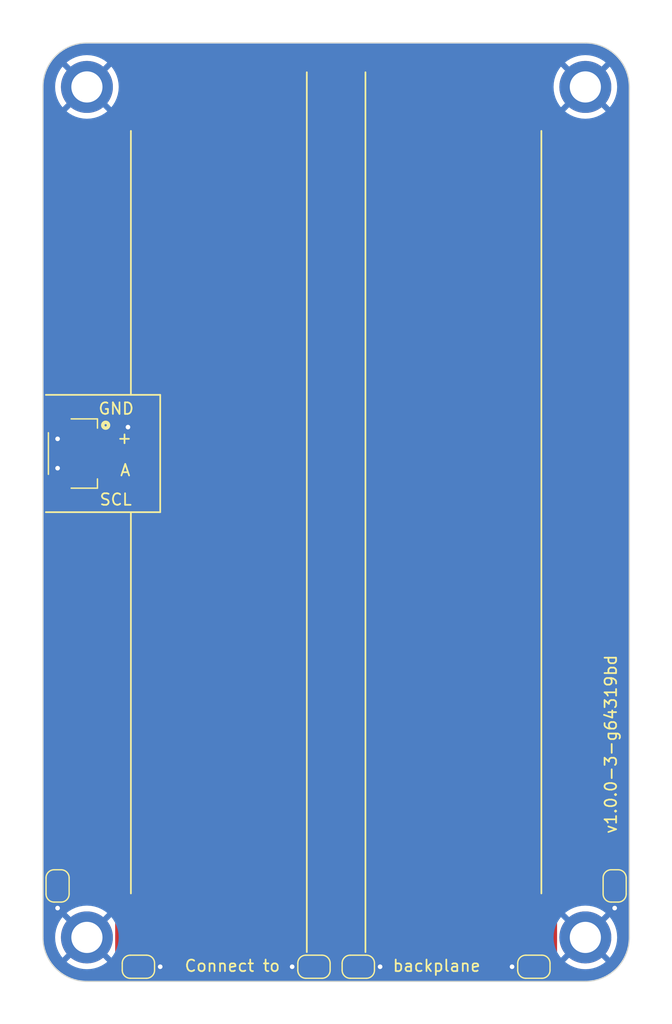
<source format=kicad_pcb>
(kicad_pcb (version 20221018) (generator pcbnew)
  (layers (0 "F.Cu" signal) (31 "B.Cu" signal) (34 "B.Paste" user) (35 "F.Paste" user) (36 "B.SilkS" user "B.Silkscreen") (37 "F.SilkS" user "F.Silkscreen") (38 "B.Mask" user) (39 "F.Mask" user) (44 "Edge.Cuts" user))
  (property "version" "v1.0.0-3-g64319bd")
  (net 0 "")
  (net 1 "GND")
  (net 2 "/SCA")
  (net 3 "/SCL")
  (net 4 "Net-(J7-Pin_1)")
  (net 5 "Net-(J8-Pin_1)")
  (net 6 "Net-(J9-Pin_1)")
  (net 7 "Net-(J10-Pin_1)")
  (net 8 "Net-(J11-Pin_1)")
  (net 9 "Net-(J12-Pin_1)")
  (net 10 "Net-(J13-Pin_1)")
  (net 11 "Net-(J14-Pin_1)")
  (net 12 "Net-(J15-Pin_1)")
  (net 13 "Net-(J16-Pin_1)")
  (net 14 "Net-(J17-Pin_1)")
  (net 15 "Net-(J18-Pin_1)")
  (net 16 "Net-(J21-Pin_1)")
  (net 17 "Net-(J22-Pin_1)")
  (net 18 "Net-(J23-Pin_1)")
  (net 19 "Net-(J24-Pin_1)")
  (net 20 "Net-(J25-Pin_1)")
  (net 21 "Net-(J26-Pin_1)")
  (net 22 "Net-(J27-Pin_1)")
  (net 23 "Net-(J28-Pin_1)")
  (net 24 "Net-(J29-Pin_1)")
  (net 25 "Net-(J30-Pin_1)")
  (net 26 "Net-(J31-Pin_1)")
  (net 27 "Net-(J35-Pin_1)")
  (net 28 "Net-(J36-Pin_1)")
  (net 29 "Net-(J37-Pin_1)")
  (net 30 "Net-(J38-Pin_1)")
  (net 31 "/VDD")
  (net 32 "Net-(J32-Pin_1)")
  (net 33 "Net-(J33-Pin_1)")
  (net 34 "Net-(J19-Pin_1)")
  (net 35 "Net-(J20-Pin_1)")
  (net 36 "Net-(J34-Pin_1)")
  (net 37 "Net-(J39-Pin_1)")
  (net 38 "Net-(J40-Pin_1)")
  (net 39 "Net-(J41-Pin_1)")
  (net 40 "Net-(J42-Pin_1)")
  (net 41 "Net-(J3-Pin_1)")
  (net 42 "Net-(J5-Pin_1)")
  (net 43 "Net-(J43-Pin_1)")
  (net 44 "Net-(J44-Pin_1)")
  (net 45 "Net-(J45-Pin_1)")
  (net 46 "Net-(J46-Pin_1)")
  (net 47 "Net-(J47-Pin_1)")
  (net 48 "Net-(J48-Pin_1)")
  (net 49 "Net-(J49-Pin_1)")
  (net 50 "Net-(J50-Pin_1)")
  (net 51 "Net-(J51-Pin_1)")
  (net 52 "Net-(J52-Pin_1)")
  (net 53 "Net-(J53-Pin_1)")
  (net 54 "Net-(J54-Pin_1)")
  (net 55 "Net-(J55-Pin_1)")
  (net 56 "Net-(J56-Pin_1)")
  (net 57 "Net-(J57-Pin_1)")
  (net 58 "Net-(J58-Pin_1)")
  (net 59 "Net-(J59-Pin_1)")
  (net 60 "Net-(J60-Pin_1)")
  (net 61 "Net-(J61-Pin_1)")
  (net 62 "Net-(J62-Pin_1)")
  (net 63 "Net-(J63-Pin_1)")
  (net 64 "Net-(J64-Pin_1)")
  (net 65 "Net-(J65-Pin_1)")
  (net 66 "Net-(J66-Pin_1)")
  (net 67 "Net-(J67-Pin_1)")
  (net 68 "Net-(J68-Pin_1)")
  (net 69 "Net-(J69-Pin_1)")
  (net 70 "Net-(J70-Pin_1)")
  (footprint "Proto:Proto_1x06_P2.54mm" (layer "F.Cu") (at 81.28 27.94 -90)
    (fp_text reference "J9" hide)
    (fp_text value "Conn_01x06_Socket")
  )
  (footprint "Proto:Proto_1x30_P2.54mm" (layer "F.Cu") (at 96.52 96.52)
    (fp_text reference "J37" hide)
    (fp_text value "Conn_01x30_Socket")
  )
  (footprint "Proto:Proto_1x26_P2.54mm" (layer "F.Cu") (at 116.84 27.94 180)
    (fp_text reference "J70" hide)
    (fp_text value "Conn_01x26_Socket")
  )
  (footprint "Proto:Proto_1x06_P2.54mm" (layer "F.Cu") (at 101.6 73.66 -90)
    (fp_text reference "J59" hide)
    (fp_text value "Conn_01x06_Socket")
  )
  (footprint "Proto:Proto_1x06_P2.54mm" (layer "F.Cu") (at 81.28 66.04 -90)
    (fp_text reference "J24" hide)
    (fp_text value "Conn_01x06_Socket")
  )
  (footprint "Proto:Proto_1x26_P2.54mm" (layer "F.Cu") (at 119.38 27.94 180)
    (fp_text reference "J69" hide)
    (fp_text value "Conn_01x26_Socket")
  )
  (footprint "Jumper:SolderJumper-2_P1.3mm_Open_RoundedPad1.0x1.5mm" (layer "F.Cu") (at 99.71 99.06 180)
    (fp_text reference "JP4" hide)
    (fp_text value "SolderJumper_2_Open")
  )
  (footprint "Proto:Proto_1x06_P2.54mm" (layer "F.Cu") (at 101.6 35.56 -90)
    (fp_text reference "J44" hide)
    (fp_text value "Conn_01x06_Socket")
  )
  (footprint "Proto:Proto_1x06_P2.54mm" (layer "F.Cu") (at 81.28 93.98 -90)
    (fp_text reference "J35" hide)
    (fp_text value "Conn_01x06_Socket")
  )
  (footprint "Proto:Proto_1x06_P2.54mm" (layer "F.Cu") (at 81.28 48.26 -90)
    (fp_text reference "J17" hide)
    (fp_text value "Conn_01x06_Socket")
  )
  (footprint "Proto:Proto_1x09_P2.54mm" (layer "F.Cu") (at 76.2 27.94 180)
    (fp_text reference "J5" hide)
    (fp_text value "Conn_01x09_Socket")
  )
  (footprint "Proto:Proto_1x06_P2.54mm" (layer "F.Cu") (at 81.28 81.28 -90)
    (fp_text reference "J30" hide)
    (fp_text value "Conn_01x06_Socket")
  )
  (footprint "MountingHole:MountingHole_2.7mm_M2.5_ISO7380_Pad" (layer "F.Cu") (at 119.38 96.52)
    (fp_text reference "H4" hide)
    (fp_text value "MountingHole_Pad")
  )
  (footprint "Proto:Proto_1x06_P2.54mm" (layer "F.Cu") (at 101.6 91.44 -90)
    (fp_text reference "J66" hide)
    (fp_text value "Conn_01x06_Socket")
  )
  (footprint "Proto:Proto_1x06_P2.54mm" (layer "F.Cu") (at 101.6 30.48 -90)
    (fp_text reference "J42" hide)
    (fp_text value "Conn_01x06_Socket")
  )
  (footprint "Proto:Proto_1x06_P2.54mm" (layer "F.Cu") (at 101.6 63.5 -90)
    (fp_text reference "J55" hide)
    (fp_text value "Conn_01x06_Socket")
  )
  (footprint "Proto:Proto_1x06_P2.54mm" (layer "F.Cu") (at 81.28 38.1 -90)
    (fp_text reference "J13" hide)
    (fp_text value "Conn_01x06_Socket")
  )
  (footprint "Proto:Proto_1x06_P2.54mm" (layer "F.Cu") (at 81.28 96.52 -90)
    (fp_text reference "J36" hide)
    (fp_text value "Conn_01x06_Socket")
  )
  (footprint "Proto:Proto_1x06_P2.54mm" (layer "F.Cu") (at 101.6 22.86 -90)
    (fp_text reference "J39" hide)
    (fp_text value "Conn_01x06_Socket")
  )
  (footprint "SM04B-SRSS-TB(LF)(SN):JST_SM04B-SRSS-TB(LF)(SN)" (layer "F.Cu") (at 77.438 54.61 -90)
    (fp_text reference "J1" hide)
    (fp_text value "SM04B-SRSS-TB(LF)(SN)")
  )
  (footprint "Proto:Proto_1x06_P2.54mm" (layer "F.Cu") (at 101.6 38.1 -90)
    (fp_text reference "J45" hide)
    (fp_text value "Conn_01x06_Socket")
  )
  (footprint "Proto:Proto_1x09_P2.54mm" (layer "F.Cu") (at 78.74 27.94 180)
    (fp_text reference "J3" hide)
    (fp_text value "Conn_01x09_Socket")
  )
  (footprint "Proto:Proto_1x06_P2.54mm" (layer "F.Cu") (at 101.6 78.74 -90)
    (fp_text reference "J61" hide)
    (fp_text value "Conn_01x06_Socket")
  )
  (footprint "MountingHole:MountingHole_2.7mm_M2.5_ISO7380_Pad" (layer "F.Cu") (at 119.38 22.86)
    (fp_text reference "H2" hide)
    (fp_text value "MountingHole_Pad")
  )
  (footprint "Jumper:SolderJumper-2_P1.3mm_Open_RoundedPad1.0x1.5mm" (layer "F.Cu") (at 114.92 99.06)
    (fp_text reference "JP6" hide)
    (fp_text value "SolderJumper_2_Open")
  )
  (footprint "Proto:Proto_1x06_P2.54mm" (layer "F.Cu") (at 101.6 58.42 -90)
    (fp_text reference "J53" hide)
    (fp_text value "Conn_01x06_Socket")
  )
  (footprint "Proto:Proto_1x06_P2.54mm" (layer "F.Cu") (at 81.28 25.4 -90)
    (fp_text reference "J8" hide)
    (fp_text value "Conn_01x06_Socket")
  )
  (footprint "Jumper:SolderJumper-2_P1.3mm_Open_RoundedPad1.0x1.5mm" (layer "F.Cu") (at 95.87 99.06)
    (fp_text reference "JP3" hide)
    (fp_text value "SolderJumper_2_Open")
  )
  (footprint "Proto:Proto_1x06_P2.54mm" (layer "F.Cu") (at 101.6 66.04 -90)
    (fp_text reference "J56" hide)
    (fp_text value "Conn_01x06_Socket")
  )
  (footprint "Proto:Proto_1x30_P2.54mm" (layer "F.Cu") (at 99.06 96.52)
    (fp_text reference "J38" hide)
    (fp_text value "Conn_01x30_Socket")
  )
  (footprint "Proto:Proto_1x06_P2.54mm" (layer "F.Cu") (at 81.28 35.56 -90)
    (fp_text reference "J12" hide)
    (fp_text value "Conn_01x06_Socket")
  )
  (footprint "Proto:Proto_1x06_P2.54mm" (layer "F.Cu") (at 81.28 43.18 -90)
    (fp_text reference "J15" hide)
    (fp_text value "Conn_01x06_Socket")
  )
  (footprint "Proto:Proto_1x06_P2.54mm" (layer "F.Cu") (at 101.6 93.98 -90)
    (fp_text reference "J67" hide)
    (fp_text value "Conn_01x06_Socket")
  )
  (footprint "Proto:Proto_1x06_P2.54mm" (layer "F.Cu") (at 81.28 76.2 -90)
    (fp_text reference "J28" hide)
    (fp_text value "Conn_01x06_Socket")
  )
  (footprint "Proto:Proto_1x06_P2.54mm" (layer "F.Cu") (at 81.28 68.58 -90)
    (fp_text reference "J25" hide)
    (fp_text value "Conn_01x06_Socket")
  )
  (footprint "Proto:Proto_1x06_P2.54mm" (layer "F.Cu") (at 101.6 27.94 -90)
    (fp_text reference "J41" hide)
    (fp_text value "Conn_01x06_Socket")
  )
  (footprint "Proto:Proto_1x06_P2.54mm" (layer "F.Cu") (at 101.6 33.02 -90)
    (fp_text reference "J43" hide)
    (fp_text value "Conn_01x06_Socket")
  )
  (footprint "Proto:Proto_1x06_P2.54mm" (layer "F.Cu") (at 101.6 43.18 -90)
    (fp_text reference "J47" hide)
    (fp_text value "Conn_01x06_Socket")
  )
  (footprint "Proto:Proto_1x06_P2.54mm" (layer "F.Cu") (at 101.6 40.64 -90)
    (fp_text reference "J46" hide)
    (fp_text value "Conn_01x06_Socket")
  )
  (footprint "Proto:Proto_1x06_P2.54mm" (layer "F.Cu") (at 81.28 33.02 -90)
    (fp_text reference "J11" hide)
    (fp_text value "Conn_01x06_Socket")
  )
  (footprint "Proto:Proto_1x06_P2.54mm" (layer "F.Cu") (at 101.6 48.26 -90)
    (fp_text reference "J49" hide)
    (fp_text value "Conn_01x06_Socket")
  )
  (footprint "Proto:Proto_1x06_P2.54mm" (layer "F.Cu") (at 101.6 68.58 -90)
    (fp_text reference "J57" hide)
    (fp_text value "Conn_01x06_Socket")
  )
  (footprint "Jumper:SolderJumper-2_P1.3mm_Open_RoundedPad1.0x1.5mm" (layer "F.Cu") (at 121.92 92.06 90)
    (fp_text reference "JP5" hide)
    (fp_text value "SolderJumper_2_Open")
  )
  (footprint "Proto:Proto_1x06_P2.54mm" (layer "F.Cu") (at 81.28 60.96 -90)
    (fp_text reference "J22" hide)
    (fp_text value "Conn_01x06_Socket")
  )
  (footprint "Proto:Proto_1x06_P2.54mm" (layer "F.Cu") (at 81.28 83.82 -90)
    (fp_text reference "J31" hide)
    (fp_text value "Conn_01x06_Socket")
  )
  (footprint "Proto:Proto_1x06_P2.54mm" (layer "F.Cu") (at 101.6 60.96 -90)
    (fp_text reference "J54" hide)
    (fp_text value "Conn_01x06_Socket")
  )
  (footprint "Proto:Proto_1x04_P2.54mm" (layer "F.Cu") (at 81.28 50.8 180)
    (fp_text reference "J2" hide)
    (fp_text value "Conn_01x04_Socket")
  )
  (footprint "Proto:Proto_1x06_P2.54mm" (layer "F.Cu") (at 101.6 86.36 -90)
    (fp_text reference "J64" hide)
    (fp_text value "Conn_01x06_Socket")
  )
  (footprint "Proto:Proto_1x06_P2.54mm" (layer "F.Cu") (at 81.28 78.74 -90)
    (fp_text reference "J29" hide)
    (fp_text value "Conn_01x06_Socket")
  )
  (footprint "MountingHole:MountingHole_2.7mm_M2.5_ISO7380_Pad" (layer "F.Cu") (at 76.2 22.86)
    (fp_text reference "H1" hide)
    (fp_text value "MountingHole_Pad")
  )
  (footprint "Proto:Proto_1x06_P2.54mm" (layer "F.Cu") (at 81.28 40.64 -90)
    (fp_text reference "J14" hide)
    (fp_text value "Conn_01x06_Socket")
  )
  (footprint "Proto:Proto_1x06_P2.54mm" (layer "F.Cu") (at 101.6 96.52 -90)
    (fp_text reference "J68" hide)
    (fp_text value "Conn_01x06_Socket")
  )
  (footprint "Proto:Proto_1x05_P2.54mm" (layer "F.Cu") (at 83.82 50.8 -90)
    (fp_text reference "J18" hide)
    (fp_text value "Conn_01x05_Socket")
  )
  (footprint "MountingHole:MountingHole_2.7mm_M2.5_ISO7380_Pad" (layer "F.Cu") (at 76.2 96.52)
    (fp_text reference "H3" hide)
    (fp_text value "MountingHole_Pad")
  )
  (footprint "Proto:Proto_1x06_P2.54mm" (layer "F.Cu") (at 81.28 91.44 -90)
    (fp_text reference "J34" hide)
    (fp_text value "Conn_01x06_Socket")
  )
  (footprint "Proto:Proto_1x06_P2.54mm" (layer "F.Cu") (at 81.28 71.12 -90)
    (fp_text reference "J26" hide)
    (fp_text value "Conn_01x06_Socket")
  )
  (footprint "Proto:Proto_1x06_P2.54mm" (layer "F.Cu") (at 81.28 88.9 -90)
    (fp_text reference "J33" hide)
    (fp_text value "Conn_01x06_Socket")
  )
  (footprint "Proto:Proto_1x06_P2.54mm" (layer "F.Cu") (at 81.28 73.66 -90)
    (fp_text reference "J27" hide)
    (fp_text value "Conn_01x06_Socket")
  )
  (footprint "Proto:Proto_1x06_P2.54mm" (layer "F.Cu") (at 81.28 45.72 -90)
    (fp_text reference "J16" hide)
    (fp_text value "Conn_01x06_Socket")
  )
  (footprint "Proto:Proto_1x05_P2.54mm" (layer "F.Cu") (at 83.82 55.88 -90)
    (fp_text reference "J20" hide)
    (fp_text value "Conn_01x05_Socket")
  )
  (footprint "Proto:Proto_1x06_P2.54mm" (layer "F.Cu") (at 101.6 45.72 -90)
    (fp_text reference "J48" hide)
    (fp_text value "Conn_01x06_Socket")
  )
  (footprint "Proto:Proto_1x06_P2.54mm" (layer "F.Cu") (at 101.6 83.82 -90)
    (fp_text reference "J63" hide)
    (fp_text value "Conn_01x06_Socket")
  )
  (footprint "Proto:Proto_1x06_P2.54mm" (layer "F.Cu") (at 101.6 81.28 -90)
    (fp_text reference "J62" hide)
    (fp_text value "Conn_01x06_Socket")
  )
  (footprint "Proto:Proto_1x06_P2.54mm" (layer "F.Cu") (at 101.6 71.12 -90)
    (fp_text reference "J58" hide)
    (fp_text value "Conn_01x06_Socket")
  )
  (footprint "Jumper:SolderJumper-2_P1.3mm_Open_RoundedPad1.0x1.5mm" (layer "F.Cu") (at 80.66 99.06 180)
    (fp_text reference "JP1" hide)
    (fp_text value "SolderJumper_2_Open")
  )
  (footprint "Proto:Proto_1x06_P2.54mm" (layer "F.Cu") (at 81.28 86.36 -90)
    (fp_text reference "J32" hide)
    (fp_text value "Conn_01x06_Socket")
  )
  (footprint "Proto:Proto_1x06_P2.54mm" (layer "F.Cu") (at 81.28 30.48 -90)
    (fp_text reference "J10" hide)
    (fp_text value "Conn_01x06_Socket")
  )
  (footprint "Proto:Proto_1x13_P2.54mm" (layer "F.Cu") (at 78.74 60.96 180)
    (fp_text reference "J4" hide)
    (fp_text value "Conn_01x13_Socket")
  )
  (footprint "Proto:Proto_1x06_P2.54mm" (layer "F.Cu") (at 101.6 53.34 -90)
    (fp_text reference "J51" hide)
    (fp_text value "Conn_01x06_Socket")
  )
  (footprint "Proto:Proto_1x06_P2.54mm" (layer "F.Cu") (at 81.28 22.86 -90)
    (fp_text reference "J7" hide)
    (fp_text value "Conn_01x06_Socket")
  )
  (footprint "Proto:Proto_1x06_P2.54mm" (layer "F.Cu") (at 101.6 25.4 -90)
    (fp_text reference "J40" hide)
    (fp_text value "Conn_01x06_Socket")
  )
  (footprint "Proto:Proto_1x05_P2.54mm" (layer "F.Cu") (at 83.82 58.42 -90)
    (fp_text reference "J21" hide)
    (fp_text value "Conn_01x05_Socket")
  )
  (footprint "Proto:Proto_1x06_P2.54mm" (layer "F.Cu") (at 81.28 63.5 -90)
    (fp_text reference "J23" hide)
    (fp_text value "Conn_01x06_Socket")
  )
  (footprint "Proto:Proto_1x06_P2.54mm" (layer "F.Cu") (at 101.6 55.88 -90)
    (fp_text reference "J52" hide)
    (fp_text value "Conn_01x06_Socket")
  )
  (footprint "Proto:Proto_1x06_P2.54mm" (layer "F.Cu") (at 101.6 50.8 -90)
    (fp_text reference "J50" hide)
    (fp_text value "Conn_01x06_Socket")
  )
  (footprint "Proto:Proto_1x06_P2.54mm" (layer "F.Cu") (at 101.6 88.9 -90)
    (fp_text reference "J65" hide)
    (fp_text value "Conn_01x06_Socket")
  )
  (footprint "Proto:Proto_1x13_P2.54mm" (layer "F.Cu") (at 76.2 60.96 180)
    (fp_text reference "J6" hide)
    (fp_text value "Conn_01x13_Socket")
  )
  (footprint "Proto:Proto_1x05_P2.54mm" (layer "F.Cu") (at 83.82 53.34 -90)
    (fp_text reference "J19" hide)
    (fp_text value "Conn_01x05_Socket")
  )
  (footprint "Proto:Proto_1x06_P2.54mm" (layer "F.Cu") (at 101.6 76.2 -90)
    (fp_text reference "J60" hide)
    (fp_text value "Conn_01x06_Socket")
  )
  (footprint "Jumper:SolderJumper-2_P1.3mm_Open_RoundedPad1.0x1.5mm" (layer "F.Cu") (at 73.66 92.06 90)
    (fp_text reference "JP2" hide)
    (fp_text value "SolderJumper_2_Open")
  )
  (gr_line (start 82.55 49.53) (end 82.55 59.69) (stroke (width 0.15)) (layer "F.SilkS"))
  (gr_line (start 80.01 92.71) (end 80.01 59.69) (stroke (width 0.15)) (layer "F.SilkS"))
  (gr_line (start 115.57 92.71) (end 115.57 26.67) (stroke (width 0.15)) (layer "F.SilkS"))
  (gr_line (start 80.01 49.53) (end 80.01 26.67) (stroke (width 0.15)) (layer "F.SilkS"))
  (gr_line (start 95.25 97.79) (end 95.25 21.59) (stroke (width 0.15)) (layer "F.SilkS"))
  (gr_line (start 82.55 59.69) (end 72.644 59.69) (stroke (width 0.15)) (layer "F.SilkS"))
  (gr_line (start 72.644 49.53) (end 82.55 49.53) (stroke (width 0.15)) (layer "F.SilkS"))
  (gr_line (start 100.33 21.59) (end 100.33 97.79) (stroke (width 0.15)) (layer "F.SilkS"))
  (gr_arc (start 123.19 96.52) (mid 122.074077 99.214077) (end 119.38 100.33) (stroke (width 0.1)) (layer "Edge.Cuts"))
  (gr_line (start 123.19 96.52) (end 123.19 22.86) (stroke (width 0.1)) (layer "Edge.Cuts"))
  (gr_line (start 72.39 22.86) (end 72.39 96.52) (stroke (width 0.1)) (layer "Edge.Cuts"))
  (gr_line (start 119.38 19.05) (end 76.2 19.05) (stroke (width 0.1)) (layer "Edge.Cuts"))
  (gr_line (start 76.2 100.33) (end 119.38 100.33) (stroke (width 0.1)) (layer "Edge.Cuts"))
  (gr_arc (start 119.38 19.05) (mid 122.074077 20.165923) (end 123.19 22.86) (stroke (width 0.1)) (layer "Edge.Cuts"))
  (gr_arc (start 76.2 100.33) (mid 73.505923 99.214077) (end 72.39 96.52) (stroke (width 0.1)) (layer "Edge.Cuts"))
  (gr_arc (start 72.39 22.86) (mid 73.505923 20.165923) (end 76.2 19.05) (stroke (width 0.1)) (layer "Edge.Cuts"))
  (gr_text "A" (at 78.994 56.642) (layer "F.SilkS") (effects (font (size 1 1)) (justify left bottom)))
  (gr_text "Connect to" (at 84.582 99.568) (layer "F.SilkS") (effects (font (size 1 1)) (justify left bottom)))
  (gr_text "+" (at 78.74 53.848) (layer "F.SilkS") (effects (font (size 1 1)) (justify left bottom)))
  (gr_text "GND" (at 77.113 51.308) (layer "F.SilkS") (effects (font (size 1 1)) (justify left bottom)))
  (gr_text "${version}" (at 122.174 87.63 90) (layer "F.SilkS") (effects (font (size 1 1)) (justify left bottom)))
  (gr_text "SCL" (at 77.216 59.182) (layer "F.SilkS") (effects (font (size 1 1)) (justify left bottom)))
  (gr_text "backplane" (at 102.616 99.568) (layer "F.SilkS") (effects (font (size 1 1)) (justify left bottom)))
  (segment (start 73.66 92.71) (end 73.66 93.98) (width 0.5) (layer "F.Cu") (net 1))
  (segment (start 81.31 99.06) (end 82.55 99.06) (width 0.5) (layer "F.Cu") (net 1))
  (segment (start 73.563 55.977) (end 73.66 55.88) (width 0.5) (layer "F.Cu") (net 1))
  (segment (start 78.97 53.11) (end 79.756 52.324) (width 0.5) (layer "F.Cu") (net 1))
  (segment (start 100.36 99.06) (end 101.6 99.06) (width 0.5) (layer "F.Cu") (net 1))
  (segment (start 95.22 99.06) (end 93.98 99.06) (width 0.5) (layer "F.Cu") (net 1))
  (segment (start 121.92 92.71) (end 121.92 93.98) (width 0.5) (layer "F.Cu") (net 1))
  (segment (start 114.27 99.06) (end 113.03 99.06) (width 0.5) (layer "F.Cu") (net 1))
  (segment (start 73.563 53.243) (end 73.66 53.34) (width 0.5) (layer "F.Cu") (net 1))
  (segment (start 73.563 57.41) (end 73.563 55.977) (width 0.5) (layer "F.Cu") (net 1))
  (segment (start 77.438 53.11) (end 78.97 53.11) (width 0.5) (layer "F.Cu") (net 1))
  (segment (start 79.756 52.324) (end 81.28 50.8) (width 0.5) (layer "F.Cu") (net 1))
  (segment (start 73.563 51.81) (end 73.563 53.243) (width 0.5) (layer "F.Cu") (net 1))
  (via (at 73.66 55.88) (size 0.8) (drill 0.4) (layers "F.Cu" "B.Cu") (net 1))
  (via (at 73.66 93.98) (size 0.8) (drill 0.4) (layers "F.Cu" "B.Cu") (net 1))
  (via (at 113.03 99.06) (size 0.8) (drill 0.4) (layers "F.Cu" "B.Cu") (net 1))
  (via (at 73.66 53.34) (size 0.8) (drill 0.4) (layers "F.Cu" "B.Cu") (net 1))
  (via (at 82.55 99.06) (size 0.8) (drill 0.4) (layers "F.Cu" "B.Cu") (net 1))
  (via (at 121.92 93.98) (size 0.8) (drill 0.4) (layers "F.Cu" "B.Cu") (net 1))
  (via (at 101.6 99.06) (size 0.8) (drill 0.4) (layers "F.Cu" "B.Cu") (net 1))
  (via (at 79.756 52.324) (size 0.8) (drill 0.4) (layers "F.Cu" "B.Cu") (net 1))
  (via (at 93.98 99.06) (size 0.8) (drill 0.4) (layers "F.Cu" "B.Cu") (net 1))
  (segment (start 80.51 55.11) (end 81.28 55.88) (width 0.5) (layer "F.Cu") (net 2))
  (segment (start 77.438 55.11) (end 80.51 55.11) (width 0.5) (layer "F.Cu") (net 2))
  (segment (start 78.97 56.11) (end 81.28 58.42) (width 0.5) (layer "F.Cu") (net 3))
  (segment (start 77.438 56.11) (end 78.97 56.11) (width 0.5) (layer "F.Cu") (net 3))
  (segment (start 91.44 22.86) (end 93.98 22.86) (width 0.254) (layer "F.Cu") (net 4))
  (segment (start 86.36 22.86) (end 88.9 22.86) (width 0.254) (layer "F.Cu") (net 4))
  (segment (start 91.44 22.86) (end 88.9 22.86) (width 0.254) (layer "F.Cu") (net 4))
  (segment (start 83.82 22.86) (end 86.36 22.86) (width 0.254) (layer "F.Cu") (net 4))
  (segment (start 81.28 22.86) (end 83.82 22.86) (width 0.254) (layer "F.Cu") (net 4))
  (segment (start 91.44 25.4) (end 93.98 25.4) (width 0.254) (layer "F.Cu") (net 5))
  (segment (start 86.36 25.4) (end 88.9 25.4) (width 0.254) (layer "F.Cu") (net 5))
  (segment (start 91.44 25.4) (end 88.9 25.4) (width 0.254) (layer "F.Cu") (net 5))
  (segment (start 81.28 25.4) (end 83.82 25.4) (width 0.254) (layer "F.Cu") (net 5))
  (segment (start 83.82 25.4) (end 86.36 25.4) (width 0.254) (layer "F.Cu") (net 5))
  (segment (start 81.28 27.94) (end 83.82 27.94) (width 0.254) (layer "F.Cu") (net 6))
  (segment (start 91.44 27.94) (end 88.9 27.94) (width 0.254) (layer "F.Cu") (net 6))
  (segment (start 86.36 27.94) (end 88.9 27.94) (width 0.254) (layer "F.Cu") (net 6))
  (segment (start 86.36 27.94) (end 83.82 27.94) (width 0.254) (layer "F.Cu") (net 6))
  (segment (start 91.44 27.94) (end 93.98 27.94) (width 0.254) (layer "F.Cu") (net 6))
  (segment (start 91.44 30.48) (end 93.98 30.48) (width 0.254) (layer "F.Cu") (net 7))
  (segment (start 86.36 30.48) (end 88.9 30.48) (width 0.254) (layer "F.Cu") (net 7))
  (segment (start 86.36 30.48) (end 83.82 30.48) (width 0.254) (layer "F.Cu") (net 7))
  (segment (start 81.28 30.48) (end 83.82 30.48) (width 0.254) (layer "F.Cu") (net 7))
  (segment (start 91.44 30.48) (end 88.9 30.48) (width 0.254) (layer "F.Cu") (net 7))
  (segment (start 81.28 33.02) (end 83.82 33.02) (width 0.254) (layer "F.Cu") (net 8))
  (segment (start 91.44 33.02) (end 88.9 33.02) (width 0.254) (layer "F.Cu") (net 8))
  (segment (start 86.36 33.02) (end 83.82 33.02) (width 0.254) (layer "F.Cu") (net 8))
  (segment (start 91.44 33.02) (end 93.98 33.02) (width 0.254) (layer "F.Cu") (net 8))
  (segment (start 86.36 33.02) (end 88.9 33.02) (width 0.254) (layer "F.Cu") (net 8))
  (segment (start 91.44 35.56) (end 93.98 35.56) (width 0.254) (layer "F.Cu") (net 9))
  (segment (start 86.36 35.56) (end 83.82 35.56) (width 0.254) (layer "F.Cu") (net 9))
  (segment (start 81.28 35.56) (end 83.82 35.56) (width 0.254) (layer "F.Cu") (net 9))
  (segment (start 91.44 35.56) (end 88.9 35.56) (width 0.254) (layer "F.Cu") (net 9))
  (segment (start 86.36 35.56) (end 88.9 35.56) (width 0.254) (layer "F.Cu") (net 9))
  (segment (start 91.44 38.1) (end 93.98 38.1) (width 0.254) (layer "F.Cu") (net 10))
  (segment (start 83.82 38.1) (end 86.36 38.1) (width 0.254) (layer "F.Cu") (net 10))
  (segment (start 91.44 38.1) (end 88.9 38.1) (width 0.254) (layer "F.Cu") (net 10))
  (segment (start 88.9 38.1) (end 86.36 38.1) (width 0.254) (layer "F.Cu") (net 10))
  (segment (start 83.82 38.1) (end 81.28 38.1) (width 0.254) (layer "F.Cu") (net 10))
  (segment (start 83.82 40.64) (end 81.28 40.64) (width 0.254) (layer "F.Cu") (net 11))
  (segment (start 91.44 40.64) (end 93.98 40.64) (width 0.254) (layer "F.Cu") (net 11))
  (segment (start 91.44 40.64) (end 88.9 40.64) (width 0.254) (layer "F.Cu") (net 11))
  (segment (start 83.82 40.64) (end 86.36 40.64) (width 0.254) (layer "F.Cu") (net 11))
  (segment (start 88.9 40.64) (end 86.36 40.64) (width 0.254) (layer "F.Cu") (net 11))
  (segment (start 83.82 43.18) (end 86.36 43.18) (width 0.254) (layer "F.Cu") (net 12))
  (segment (start 93.98 43.18) (end 91.44 43.18) (width 0.254) (layer "F.Cu") (net 12))
  (segment (start 83.82 43.18) (end 81.28 43.18) (width 0.254) (layer "F.Cu") (net 12))
  (segment (start 88.9 43.18) (end 91.44 43.18) (width 0.254) (layer "F.Cu") (net 12))
  (segment (start 88.9 43.18) (end 86.36 43.18) (width 0.254) (layer "F.Cu") (net 12))
  (segment (start 83.82 45.72) (end 86.36 45.72) (width 0.254) (layer "F.Cu") (net 13))
  (segment (start 88.9 45.72) (end 86.36 45.72) (width 0.254) (layer "F.Cu") (net 13))
  (segment (start 88.9 45.72) (end 91.44 45.72) (width 0.254) (layer "F.Cu") (net 13))
  (segment (start 93.98 45.72) (end 91.44 45.72) (width 0.254) (layer "F.Cu") (net 13))
  (segment (start 83.82 45.72) (end 81.28 45.72) (width 0.254) (layer "F.Cu") (net 13))
  (segment (start 83.82 48.26) (end 81.28 48.26) (width 0.254) (layer "F.Cu") (net 14))
  (segment (start 83.82 48.26) (end 86.36 48.26) (width 0.254) (layer "F.Cu") (net 14))
  (segment (start 88.9 48.26) (end 86.36 48.26) (width 0.254) (layer "F.Cu") (net 14))
  (segment (start 91.44 48.26) (end 93.98 48.26) (width 0.254) (layer "F.Cu") (net 14))
  (segment (start 91.44 48.26) (end 88.9 48.26) (width 0.254) (layer "F.Cu") (net 14))
  (segment (start 88.9 50.8) (end 91.44 50.8) (width 0.254) (layer "F.Cu") (net 15))
  (segment (start 83.82 50.8) (end 86.36 50.8) (width 0.254) (layer "F.Cu") (net 15))
  (segment (start 91.44 50.8) (end 93.98 50.8) (width 0.254) (layer "F.Cu") (net 15))
  (segment (start 86.36 50.8) (end 88.9 50.8) (width 0.254) (layer "F.Cu") (net 15))
  (segment (start 83.82 58.42) (end 86.36 58.42) (width 0.254) (layer "F.Cu") (net 16))
  (segment (start 88.9 58.42) (end 91.44 58.42) (width 0.254) (layer "F.Cu") (net 16))
  (segment (start 86.36 58.42) (end 88.9 58.42) (width 0.254) (layer "F.Cu") (net 16))
  (segment (start 91.44 58.42) (end 93.98 58.42) (width 0.254) (layer "F.Cu") (net 16))
  (segment (start 81.28 60.96) (end 83.82 60.96) (width 0.254) (layer "F.Cu") (net 17))
  (segment (start 91.44 60.96) (end 93.98 60.96) (width 0.254) (layer "F.Cu") (net 17))
  (segment (start 88.9 60.96) (end 91.44 60.96) (width 0.254) (layer "F.Cu") (net 17))
  (segment (start 88.9 60.96) (end 86.36 60.96) (width 0.254) (layer "F.Cu") (net 17))
  (segment (start 83.82 60.96) (end 86.36 60.96) (width 0.254) (layer "F.Cu") (net 17))
  (segment (start 83.82 63.5) (end 86.36 63.5) (width 0.254) (layer "F.Cu") (net 18))
  (segment (start 88.9 63.5) (end 91.44 63.5) (width 0.254) (layer "F.Cu") (net 18))
  (segment (start 81.28 63.5) (end 83.82 63.5) (width 0.254) (layer "F.Cu") (net 18))
  (segment (start 86.36 63.5) (end 88.9 63.5) (width 0.254) (layer "F.Cu") (net 18))
  (segment (start 91.44 63.5) (end 93.98 63.5) (width 0.254) (layer "F.Cu") (net 18))
  (segment (start 86.36 66.04) (end 88.9 66.04) (width 0.254) (layer "F.Cu") (net 19))
  (segment (start 81.28 66.04) (end 83.82 66.04) (width 0.254) (layer "F.Cu") (net 19))
  (segment (start 83.82 66.04) (end 86.36 66.04) (width 0.254) (layer "F.Cu") (net 19))
  (segment (start 91.44 66.04) (end 93.98 66.04) (width 0.254) (layer "F.Cu") (net 19))
  (segment (start 88.9 66.04) (end 91.44 66.04) (width 0.254) (layer "F.Cu") (net 19))
  (segment (start 91.44 68.58) (end 93.98 68.58) (width 0.254) (layer "F.Cu") (net 20))
  (segment (start 88.9 68.58) (end 91.44 68.58) (width 0.254) (layer "F.Cu") (net 20))
  (segment (start 81.28 68.58) (end 83.82 68.58) (width 0.254) (layer "F.Cu") (net 20))
  (segment (start 86.36 68.58) (end 88.9 68.58) (width 0.254) (layer "F.Cu") (net 20))
  (segment (start 83.82 68.58) (end 86.36 68.58) (width 0.254) (layer "F.Cu") (net 20))
  (segment (start 86.36 71.12) (end 88.9 71.12) (width 0.254) (layer "F.Cu") (net 21))
  (segment (start 88.9 71.12) (end 91.44 71.12) (width 0.254) (layer "F.Cu") (net 21))
  (segment (start 81.28 71.12) (end 83.82 71.12) (width 0.254) (layer "F.Cu") (net 21))
  (segment (start 91.44 71.12) (end 93.98 71.12) (width 0.254) (layer "F.Cu") (net 21))
  (segment (start 83.82 71.12) (end 86.36 71.12) (width 0.254) (layer "F.Cu") (net 21))
  (segment (start 88.9 73.66) (end 86.36 73.66) (width 0.254) (layer "F.Cu") (net 22))
  (segment (start 83.82 73.66) (end 86.36 73.66) (width 0.254) (layer "F.Cu") (net 22))
  (segment (start 88.9 73.66) (end 91.44 73.66) (width 0.254) (layer "F.Cu") (net 22))
  (segment (start 93.98 73.66) (end 91.44 73.66) (width 0.254) (layer "F.Cu") (net 22))
  (segment (start 83.82 73.66) (end 81.28 73.66) (width 0.254) (layer "F.Cu") (net 22))
  (segment (start 83.82 76.2) (end 86.36 76.2) (width 0.254) (layer "F.Cu") (net 23))
  (segment (start 93.98 76.2) (end 91.44 76.2) (width 0.254) (layer "F.Cu") (net 23))
  (segment (start 83.82 76.2) (end 81.28 76.2) (width 0.254) (layer "F.Cu") (net 23))
  (segment (start 88.9 76.2) (end 91.44 76.2) (width 0.254) (layer "F.Cu") (net 23))
  (segment (start 88.9 76.2) (end 86.36 76.2) (width 0.254) (layer "F.Cu") (net 23))
  (segment (start 83.82 78.74) (end 81.28 78.74) (width 0.254) (layer "F.Cu") (net 24))
  (segment (start 88.9 78.74) (end 91.44 78.74) (width 0.254) (layer "F.Cu") (net 24))
  (segment (start 83.82 78.74) (end 86.36 78.74) (width 0.254) (layer "F.Cu") (net 24))
  (segment (start 91.44 78.74) (end 93.98 78.74) (width 0.254) (layer "F.Cu") (net 24))
  (segment (start 88.9 78.74) (end 86.36 78.74) (width 0.254) (layer "F.Cu") (net 24))
  (segment (start 91.44 81.28) (end 93.98 81.28) (width 0.254) (layer "F.Cu") (net 25))
  (segment (start 88.9 81.28) (end 86.36 81.28) (width 0.254) (layer "F.Cu") (net 25))
  (segment (start 83.82 81.28) (end 86.36 81.28) (width 0.254) (layer "F.Cu") (net 25))
  (segment (start 91.44 81.28) (end 88.9 81.28) (width 0.254) (layer "F.Cu") (net 25))
  (segment (start 83.82 81.28) (end 81.28 81.28) (width 0.254) (layer "F.Cu") (net 25))
  (segment (start 88.9 83.82) (end 86.36 83.82) (width 0.254) (layer "F.Cu") (net 26))
  (segment (start 83.82 83.82) (end 86.36 83.82) (width 0.254) (layer "F.Cu") (net 26))
  (segment (start 91.44 83.82) (end 88.9 83.82) (width 0.254) (layer "F.Cu") (net 26))
  (segment (start 91.44 83.82) (end 93.98 83.82) (width 0.254) (layer "F.Cu") (net 26))
  (segment (start 83.82 83.82) (end 81.28 83.82) (width 0.254) (layer "F.Cu") (net 26))
  (segment (start 91.44 93.98) (end 93.98 93.98) (width 0.254) (layer "F.Cu") (net 27))
  (segment (start 83.82 93.98) (end 81.28 93.98) (width 0.254) (layer "F.Cu") (net 27))
  (segment (start 88.9 93.98) (end 86.36 93.98) (width 0.254) (layer "F.Cu") (net 27))
  (segment (start 91.44 93.98) (end 88.9 93.98) (width 0.254) (layer "F.Cu") (net 27))
  (segment (start 83.82 93.98) (end 86.36 93.98) (width 0.254) (layer "F.Cu") (net 27))
  (segment (start 86.36 96.52) (end 88.9 96.52) (width 0.254) (layer "F.Cu") (net 28))
  (segment (start 91.44 96.52) (end 93.98 96.52) (width 0.254) (layer "F.Cu") (net 28))
  (segment (start 83.82 96.52) (end 86.36 96.52) (width 0.254) (layer "F.Cu") (net 28))
  (segment (start 88.9 96.52) (end 91.44 96.52) (width 0.254) (layer "F.Cu") (net 28))
  (segment (start 81.28 96.52) (end 83.82 96.52) (width 0.254) (layer "F.Cu") (net 28))
  (segment (start 96.52 96.52) (end 96.52 99.06) (width 0.5) (layer "F.Cu") (net 29))
  (segment (start 96.52 53.34) (end 96.52 55.88) (width 0.5) (layer "F.Cu") (net 29))
  (segment (start 96.52 43.18) (end 96.52 45.72) (width 0.5) (layer "F.Cu") (net 29))
  (segment (start 96.52 71.12) (end 96.52 68.58) (width 0.5) (layer "F.Cu") (net 29))
  (segment (start 96.52 73.66) (end 96.52 76.2) (width 0.5) (layer "F.Cu") (net 29))
  (segment (start 96.52 43.18) (end 96.52 40.64) (width 0.5) (layer "F.Cu") (net 29))
  (segment (start 96.52 45.72) (end 96.52 48.26) (width 0.5) (layer "F.Cu") (net 29))
  (segment (start 96.52 22.86) (end 96.52 25.4) (width 0.5) (layer "F.Cu") (net 29))
  (segment (start 96.52 81.28) (end 96.52 83.82) (width 0.5) (layer "F.Cu") (net 29))
  (segment (start 96.52 83.82) (end 96.52 86.36) (width 0.5) (layer "F.Cu") (net 29))
  (segment (start 96.52 91.44) (end 96.52 93.98) (width 0.5) (layer "F.Cu") (net 29))
  (segment (start 96.52 63.5) (end 96.52 66.04) (width 0.5) (layer "F.Cu") (net 29))
  (segment (start 96.52 68.58) (end 96.52 66.04) (width 0.5) (layer "F.Cu") (net 29))
  (segment (start 96.52 38.1) (end 96.52 40.64) (width 0.5) (layer "F.Cu") (net 29))
  (segment (start 96.52 55.88) (end 96.52 58.42) (width 0.5) (layer "F.Cu") (net 29))
  (segment (start 96.52 78.74) (end 96.52 81.28) (width 0.5) (layer "F.Cu") (net 29))
  (segment (start 96.52 30.48) (end 96.52 33.02) (width 0.5) (layer "F.Cu") (net 29))
  (segment (start 96.52 35.56) (end 96.52 38.1) (width 0.5) (layer "F.Cu") (net 29))
  (segment (start 96.52 58.42) (end 96.52 60.96) (width 0.5) (layer "F.Cu") (net 29))
  (segment (start 96.52 93.98) (end 96.52 96.52) (width 0.5) (layer "F.Cu") (net 29))
  (segment (start 96.52 86.36) (end 96.52 88.9) (width 0.5) (layer "F.Cu") (net 29))
  (segment (start 96.52 60.96) (end 96.52 63.5) (width 0.5) (layer "F.Cu") (net 29))
  (segment (start 96.52 76.2) (end 96.52 78.74) (width 0.5) (layer "F.Cu") (net 29))
  (segment (start 96.52 50.8) (end 96.52 53.34) (width 0.5) (layer "F.Cu") (net 29))
  (segment (start 96.52 35.56) (end 96.52 33.02) (width 0.5) (layer "F.Cu") (net 29))
  (segment (start 96.52 88.9) (end 96.52 91.44) (width 0.5) (layer "F.Cu") (net 29))
  (segment (start 96.52 48.26) (end 96.52 50.8) (width 0.5) (layer "F.Cu") (net 29))
  (segment (start 96.52 27.94) (end 96.52 30.48) (width 0.5) (layer "F.Cu") (net 29))
  (segment (start 96.52 27.94) (end 96.52 25.4) (width 0.5) (layer "F.Cu") (net 29))
  (segment (start 96.52 71.12) (end 96.52 73.66) (width 0.5) (layer "F.Cu") (net 29))
  (segment (start 99.06 43.18) (end 99.06 45.72) (width 0.5) (layer "F.Cu") (net 30))
  (segment (start 99.06 35.56) (end 99.06 38.1) (width 0.5) (layer "F.Cu") (net 30))
  (segment (start 99.06 55.88) (end 99.06 58.42) (width 0.5) (layer "F.Cu") (net 30))
  (segment (start 99.06 71.12) (end 99.06 73.66) (width 0.5) (layer "F.Cu") (net 30))
  (segment (start 99.06 53.34) (end 99.06 55.88) (width 0.5) (layer "F.Cu") (net 30))
  (segment (start 99.06 86.36) (end 99.06 88.9) (width 0.5) (layer "F.Cu") (net 30))
  (segment (start 99.06 81.28) (end 99.06 83.82) (width 0.5) (layer "F.Cu") (net 30))
  (segment (start 99.06 66.04) (end 99.06 63.5) (width 0.5) (layer "F.Cu") (net 30))
  (segment (start 99.06 60.96) (end 99.06 63.5) (width 0.5) (layer "F.Cu") (net 30))
  (segment (start 99.06 30.48) (end 99.06 33.02) (width 0.5) (layer "F.Cu") (net 30))
  (segment (start 99.06 45.72) (end 99.06 50.8) (width 0.5) (layer "F.Cu") (net 30))
  (segment (start 99.06 91.44) (end 99.06 93.98) (width 0.5) (layer "F.Cu") (net 30))
  (segment (start 99.06 76.2) (end 99.06 78.74) (width 0.5) (layer "F.Cu") (net 30))
  (segment (start 99.06 38.1) (end 99.06 40.64) (width 0.5) (layer "F.Cu") (net 30))
  (segment (start 99.06 99.06) (end 99.06 96.52) (width 0.5) (layer "F.Cu") (net 30))
  (segment (start 99.06 88.9) (end 99.06 91.44) (width 0.5) (layer "F.Cu") (net 30))
  (segment (start 99.06 45.72) (end 99.06 48.26) (width 0.5) (layer "F.Cu") (net 30))
  (segment (start 99.06 68.58) (end 99.06 66.04) (width 0.5) (layer "F.Cu") (net 30))
  (segment (start 99.06 43.18) (end 99.06 40.64) (width 0.5) (layer "F.Cu") (net 30))
  (segment (start 99.06 48.26) (end 99.06 53.34) (width 0.5) (layer "F.Cu") (net 30))
  (segment (start 99.06 33.02) (end 99.06 35.56) (width 0.5) (layer "F.Cu") (net 30))
  (segment (start 99.06 73.66) (end 99.06 76.2) (width 0.5) (layer "F.Cu") (net 30))
  (segment (start 99.06 93.98) (end 99.06 96.52) (width 0.5) (layer "F.Cu") (net 30))
  (segment (start 99.06 58.42) (end 99.06 60.96) (width 0.5) (layer "F.Cu") (net 30))
  (segment (start 99.06 27.94) (end 99.06 30.48) (width 0.5) (layer "F.Cu") (net 30))
  (segment (start 99.06 83.82) (end 99.06 86.36) (width 0.5) (layer "F.Cu") (net 30))
  (segment (start 99.06 22.86) (end 99.06 25.4) (width 0.5) (layer "F.Cu") (net 30))
  (segment (start 99.06 71.12) (end 99.06 68.58) (width 0.5) (layer "F.Cu") (net 30))
  (segment (start 99.06 78.74) (end 99.06 81.28) (width 0.5) (layer "F.Cu") (net 30))
  (segment (start 99.06 25.4) (end 99.06 27.94) (width 0.5) (layer "F.Cu") (net 30))
  (segment (start 77.438 54.11) (end 80.51 54.11) (width 0.5) (layer "F.Cu") (net 31))
  (segment (start 80.51 54.11) (end 81.28 53.34) (width 0.5) (layer "F.Cu") (net 31))
  (segment (start 83.82 86.36) (end 81.28 86.36) (width 0.254) (layer "F.Cu") (net 32))
  (segment (start 88.9 86.36) (end 86.36 86.36) (width 0.254) (layer "F.Cu") (net 32))
  (segment (start 93.98 86.36) (end 91.44 86.36) (width 0.254) (layer "F.Cu") (net 32))
  (segment (start 83.82 86.36) (end 86.36 86.36) (width 0.254) (layer "F.Cu") (net 32))
  (segment (start 88.9 86.36) (end 91.44 86.36) (width 0.254) (layer "F.Cu") (net 32))
  (segment (start 83.82 88.9) (end 86.36 88.9) (width 0.254) (layer "F.Cu") (net 33))
  (segment (start 91.44 88.9) (end 93.98 88.9) (width 0.254) (layer "F.Cu") (net 33))
  (segment (start 83.82 88.9) (end 81.28 88.9) (width 0.254) (layer "F.Cu") (net 33))
  (segment (start 88.9 88.9) (end 86.36 88.9) (width 0.254) (layer "F.Cu") (net 33))
  (segment (start 91.44 88.9) (end 88.9 88.9) (width 0.254) (layer "F.Cu") (net 33))
  (segment (start 91.44 53.34) (end 93.98 53.34) (width 0.254) (layer "F.Cu") (net 34))
  (segment (start 83.82 53.34) (end 86.36 53.34) (width 0.254) (layer "F.Cu") (net 34))
  (segment (start 86.36 53.34) (end 88.9 53.34) (width 0.254) (layer "F.Cu") (net 34))
  (segment (start 88.9 53.34) (end 91.44 53.34) (width 0.254) (layer "F.Cu") (net 34))
  (segment (start 83.82 55.88) (end 86.36 55.88) (width 0.254) (layer "F.Cu") (net 35))
  (segment (start 86.36 55.88) (end 88.9 55.88) (width 0.254) (layer "F.Cu") (net 35))
  (segment (start 88.9 55.88) (end 91.44 55.88) (width 0.254) (layer "F.Cu") (net 35))
  (segment (start 91.44 55.88) (end 93.98 55.88) (width 0.254) (layer "F.Cu") (net 35))
  (segment (start 88.9 91.44) (end 86.36 91.44) (width 0.254) (layer "F.Cu") (net 36))
  (segment (start 83.82 91.44) (end 86.36 91.44) (width 0.254) (layer "F.Cu") (net 36))
  (segment (start 91.44 91.44) (end 88.9 91.44) (width 0.254) (layer "F.Cu") (net 36))
  (segment (start 91.44 91.44) (end 93.98 91.44) (width 0.254) (layer "F.Cu") (net 36))
  (segment (start 83.82 91.44) (end 81.28 91.44) (width 0.254) (layer "F.Cu") (net 36))
  (segment (start 109.22 22.86) (end 111.76 22.86) (width 0.254) (layer "F.Cu") (net 37))
  (segment (start 109.22 22.86) (end 114.3 22.86) (width 0.254) (layer "F.Cu") (net 37))
  (segment (start 106.68 22.86) (end 109.22 22.86) (width 0.254) (layer "F.Cu") (net 37))
  (segment (start 101.6 22.86) (end 104.14 22.86) (width 0.254) (layer "F.Cu") (net 37))
  (segment (start 104.14 22.86) (end 106.68 22.86) (width 0.254) (layer "F.Cu") (net 37))
  (segment (start 109.22 25.4) (end 111.76 25.4) (width 0.254) (layer "F.Cu") (net 38))
  (segment (start 104.14 25.4) (end 101.6 25.4) (width 0.254) (layer "F.Cu") (net 38))
  (segment (start 109.22 25.4) (end 106.68 25.4) (width 0.254) (layer "F.Cu") (net 38))
  (segment (start 111.76 25.4) (end 114.3 25.4) (width 0.254) (layer "F.Cu") (net 38))
  (segment (start 104.14 25.4) (end 106.68 25.4) (width 0.254) (layer "F.Cu") (net 38))
  (segment (start 111.76 27.94) (end 114.3 27.94) (width 0.254) (layer "F.Cu") (net 39))
  (segment (start 109.22 27.94) (end 106.68 27.94) (width 0.254) (layer "F.Cu") (net 39))
  (segment (start 109.22 27.94) (end 111.76 27.94) (width 0.254) (layer "F.Cu") (net 39))
  (segment (start 104.14 27.94) (end 106.68 27.94) (width 0.254) (layer "F.Cu") (net 39))
  (segment (start 104.14 27.94) (end 101.6 27.94) (width 0.254) (layer "F.Cu") (net 39))
  (segment (start 111.76 30.48) (end 114.3 30.48) (width 0.254) (layer "F.Cu") (net 40))
  (segment (start 109.22 30.48) (end 106.68 30.48) (width 0.254) (layer "F.Cu") (net 40))
  (segment (start 104.14 30.48) (end 106.68 30.48) (width 0.254) (layer "F.Cu") (net 40))
  (segment (start 104.14 30.48) (end 101.6 30.48) (width 0.254) (layer "F.Cu") (net 40))
  (segment (start 109.22 30.48) (end 111.76 30.48) (width 0.254) (layer "F.Cu") (net 40))
  (segment (start 78.9 97.95) (end 78.9 91.6) (width 0.5) (layer "F.Cu") (net 41))
  (segment (start 76.2 50.8) (end 78.74 48.26) (width 0.5) (layer "F.Cu") (net 41))
  (segment (start 78.74 86.36) (end 78.74 83.82) (width 0.5) (layer "F.Cu") (net 41))
  (segment (start 78.9 91.6) (end 78.74 91.44) (width 0.5) (layer "F.Cu") (net 41))
  (segment (start 78.74 76.2) (end 78.74 73.66) (width 0.5) (layer "F.Cu") (net 41))
  (segment (start 78.74 38.1) (end 78.74 35.56) (width 0.5) (layer "F.Cu") (net 41))
  (segment (start 78.74 33.02) (end 78.74 30.48) (width 0.5) (layer "F.Cu") (net 41))
  (segment (start 76.2 58.42) (end 76.2 50.8) (width 0.5) (layer "F.Cu") (net 41))
  (segment (start 78.74 45.72) (end 78.74 43.18) (width 0.5) (layer "F.Cu") (net 41))
  (segment (start 78.74 73.66) (end 78.74 71.12) (width 0.5) (layer "F.Cu") (net 41))
  (segment (start 80.01 99.06) (end 78.9 97.95) (width 0.5) (layer "F.Cu") (net 41))
  (segment (start 78.74 81.28) (end 78.74 78.74) (width 0.5) (layer "F.Cu") (net 41))
  (segment (start 78.74 63.5) (end 78.74 60.96) (width 0.5) (layer "F.Cu") (net 41))
  (segment (start 78.74 88.9) (end 78.74 86.36) (width 0.5) (layer "F.Cu") (net 41))
  (segment (start 78.74 83.82) (end 78.74 81.28) (width 0.5) (layer "F.Cu") (net 41))
  (segment (start 78.74 66.04) (end 78.74 63.5) (width 0.5) (layer "F.Cu") (net 41))
  (segment (start 78.74 30.48) (end 78.74 27.94) (width 0.5) (layer "F.Cu") (net 41))
  (segment (start 78.74 91.44) (end 78.74 88.9) (width 0.5) (layer "F.Cu") (net 41))
  (segment (start 78.74 68.58) (end 78.74 66.04) (width 0.5) (layer "F.Cu") (net 41))
  (segment (start 78.74 48.26) (end 78.74 45.72) (width 0.5) (layer "F.Cu") (net 41))
  (segment (start 78.74 35.56) (end 78.74 33.02) (width 0.5) (layer "F.Cu") (net 41))
  (segment (start 78.74 40.64) (end 78.74 38.1) (width 0.5) (layer "F.Cu") (net 41))
  (segment (start 78.74 60.96) (end 76.2 58.42) (width 0.5) (layer "F.Cu") (net 41))
  (segment (start 78.74 68.58) (end 78.74 71.12) (width 0.5) (layer "F.Cu") (net 41))
  (segment (start 78.74 78.74) (end 78.74 76.2) (width 0.5) (layer "F.Cu") (net 41))
  (segment (start 78.74 43.18) (end 78.74 40.64) (width 0.5) (layer "F.Cu") (net 41))
  (segment (start 76.2 77.47) (end 76.2 76.2) (width 0.5) (layer "F.Cu") (net 42))
  (segment (start 76.2 33.02) (end 76.2 30.48) (width 0.5) (layer "F.Cu") (net 42))
  (segment (start 76.2 60.96) (end 74.93 59.69) (width 0.5) (layer "F.Cu") (net 42))
  (segment (start 76.2 40.64) (end 76.2 38.1) (width 0.5) (layer "F.Cu") (net 42))
  (segment (start 76.2 81.28) (end 76.2 78.74) (width 0.5) (layer "F.Cu") (net 42))
  (segment (start 76.2 86.36) (end 76.2 83.82) (width 0.5) (layer "F.Cu") (net 42))
  (segment (start 76.2 63.5) (end 76.2 60.96) (width 0.5) (layer "F.Cu") (net 42))
  (segment (start 76.2 48.26) (end 76.2 45.72) (width 0.5) (layer "F.Cu") (net 42))
  (segment (start 76.2 91.44) (end 76.2 88.9) (width 0.5) (layer "F.Cu") (net 42))
  (segment (start 76.2 38.1) (end 76.2 35.56) (width 0.5) (layer "F.Cu") (net 42))
  (segment (start 76.2 88.9) (end 76.2 86.36) (width 0.5) (layer "F.Cu") (net 42))
  (segment (start 76.2 30.48) (end 76.2 27.94) (width 0.5) (layer "F.Cu") (net 42))
  (segment (start 76.2 45.72) (end 76.2 43.18) (width 0.5) (layer "F.Cu") (net 42))
  (segment (start 76.2 71.12) (end 76.2 68.58) (width 0.5) (layer "F.Cu") (net 42))
  (segment (start 76.2 73.66) (end 76.2 71.12) (width 0.5) (layer "F.Cu") (net 42))
  (segment (start 76.2 43.18) (end 76.2 40.64) (width 0.5) (layer "F.Cu") (net 42))
  (segment (start 76.2 66.04) (end 76.2 63.5) (width 0.5) (layer "F.Cu") (net 42))
  (segment (start 76.2 77.47) (end 76.2 73.66) (width 0.5) (layer "F.Cu") (net 42))
  (segment (start 74.93 59.69) (end 74.93 49.53) (width 0.5) (layer "F.Cu") (net 42))
  (segment (start 76.2 78.74) (end 76.2 77.47) (width 0.5) (layer "F.Cu") (net 42))
  (segment (start 74.93 49.53) (end 76.2 48.26) (width 0.5) (layer "F.Cu") (net 42))
  (segment (start 76.2 91.44) (end 73.69 91.44) (width 0.5) (layer "F.Cu") (net 42))
  (segment (start 76.2 35.56) (end 76.2 33.02) (width 0.5) (layer "F.Cu") (net 42))
  (segment (start 73.69 91.44) (end 73.66 91.41) (width 0.5) (layer "F.Cu") (net 42))
  (segment (start 76.2 83.82) (end 76.2 81.28) (width 0.5) (layer "F.Cu") (net 42))
  (segment (start 76.2 68.58) (end 76.2 66.04) (width 0.5) (layer "F.Cu") (net 42))
  (segment (start 109.22 33.02) (end 111.76 33.02) (width 0.254) (layer "F.Cu") (net 43))
  (segment (start 111.76 33.02) (end 114.3 33.02) (width 0.254) (layer "F.Cu") (net 43))
  (segment (start 104.14 33.02) (end 106.68 33.02) (width 0.254) (layer "F.Cu") (net 43))
  (segment (start 104.14 33.02) (end 101.6 33.02) (width 0.254) (layer "F.Cu") (net 43))
  (segment (start 109.22 33.02) (end 106.68 33.02) (width 0.254) (layer "F.Cu") (net 43))
  (segment (start 104.14 35.56) (end 106.68 35.56) (width 0.254) (layer "F.Cu") (net 44))
  (segment (start 109.22 35.56) (end 106.68 35.56) (width 0.254) (layer "F.Cu") (net 44))
  (segment (start 111.76 35.56) (end 114.3 35.56) (width 0.254) (layer "F.Cu") (net 44))
  (segment (start 104.14 35.56) (end 101.6 35.56) (width 0.254) (layer "F.Cu") (net 44))
  (segment (start 109.22 35.56) (end 111.76 35.56) (width 0.254) (layer "F.Cu") (net 44))
  (segment (start 109.22 38.1) (end 106.68 38.1) (width 0.254) (layer "F.Cu") (net 45))
  (segment (start 104.14 38.1) (end 101.6 38.1) (width 0.254) (layer "F.Cu") (net 45))
  (segment (start 104.14 38.1) (end 106.68 38.1) (width 0.254) (layer "F.Cu") (net 45))
  (segment (start 109.22 38.1) (end 111.76 38.1) (width 0.254) (layer "F.Cu") (net 45))
  (segment (start 111.76 38.1) (end 114.3 38.1) (width 0.254) (layer "F.Cu") (net 45))
  (segment (start 111.76 40.64) (end 114.3 40.64) (width 0.254) (layer "F.Cu") (net 46))
  (segment (start 109.22 40.64) (end 106.68 40.64) (width 0.254) (layer "F.Cu") (net 46))
  (segment (start 104.14 40.64) (end 106.68 40.64) (width 0.254) (layer "F.Cu") (net 46))
  (segment (start 104.14 40.64) (end 101.6 40.64) (width 0.254) (layer "F.Cu") (net 46))
  (segment (start 109.22 40.64) (end 111.76 40.64) (width 0.254) (layer "F.Cu") (net 46))
  (segment (start 104.14 43.18) (end 101.6 43.18) (width 0.254) (layer "F.Cu") (net 47))
  (segment (start 104.14 43.18) (end 106.68 43.18) (width 0.254) (layer "F.Cu") (net 47))
  (segment (start 111.76 43.18) (end 114.3 43.18) (width 0.254) (layer "F.Cu") (net 47))
  (segment (start 109.22 43.18) (end 106.68 43.18) (width 0.254) (layer "F.Cu") (net 47))
  (segment (start 109.22 43.18) (end 111.76 43.18) (width 0.254) (layer "F.Cu") (net 47))
  (segment (start 109.22 45.72) (end 111.76 45.72) (width 0.254) (layer "F.Cu") (net 48))
  (segment (start 111.76 45.72) (end 114.3 45.72) (width 0.254) (layer "F.Cu") (net 48))
  (segment (start 109.22 45.72) (end 106.68 45.72) (width 0.254) (layer "F.Cu") (net 48))
  (segment (start 104.14 45.72) (end 106.68 45.72) (width 0.254) (layer "F.Cu") (net 48))
  (segment (start 104.14 45.72) (end 101.6 45.72) (width 0.254) (layer "F.Cu") (net 48))
  (segment (start 111.76 48.26) (end 114.3 48.26) (width 0.254) (layer "F.Cu") (net 49))
  (segment (start 109.22 48.26) (end 106.68 48.26) (width 0.254) (layer "F.Cu") (net 49))
  (segment (start 104.14 48.26) (end 106.68 48.26) (width 0.254) (layer "F.Cu") (net 49))
  (segment (start 104.14 48.26) (end 101.6 48.26) (width 0.254) (layer "F.Cu") (net 49))
  (segment (start 109.22 48.26) (end 111.76 48.26) (width 0.254) (layer "F.Cu") (net 49))
  (segment (start 109.22 50.8) (end 106.68 50.8) (width 0.254) (layer "F.Cu") (net 50))
  (segment (start 111.76 50.8) (end 114.3 50.8) (width 0.254) (layer "F.Cu") (net 50))
  (segment (start 104.14 50.8) (end 106.68 50.8) (width 0.254) (layer "F.Cu") (net 50))
  (segment (start 104.14 50.8) (end 101.6 50.8) (width 0.254) (layer "F.Cu") (net 50))
  (segment (start 109.22 50.8) (end 111.76 50.8) (width 0.254) (layer "F.Cu") (net 50))
  (segment (start 109.22 53.34) (end 106.68 53.34) (width 0.254) (layer "F.Cu") (net 51))
  (segment (start 111.76 53.34) (end 114.3 53.34) (width 0.254) (layer "F.Cu") (net 51))
  (segment (start 104.14 53.34) (end 101.6 53.34) (width 0.254) (layer "F.Cu") (net 51))
  (segment (start 109.22 53.34) (end 111.76 53.34) (width 0.254) (layer "F.Cu") (net 51))
  (segment (start 104.14 53.34) (end 106.68 53.34) (width 0.254) (layer "F.Cu") (net 51))
  (segment (start 104.14 55.88) (end 106.68 55.88) (width 0.254) (layer "F.Cu") (net 52))
  (segment (start 111.76 55.88) (end 114.3 55.88) (width 0.254) (layer "F.Cu") (net 52))
  (segment (start 109.22 55.88) (end 106.68 55.88) (width 0.254) (layer "F.Cu") (net 52))
  (segment (start 104.14 55.88) (end 101.6 55.88) (width 0.254) (layer "F.Cu") (net 52))
  (segment (start 109.22 55.88) (end 111.76 55.88) (width 0.254) (layer "F.Cu") (net 52))
  (segment (start 109.22 58.42) (end 111.76 58.42) (width 0.254) (layer "F.Cu") (net 53))
  (segment (start 111.76 58.42) (end 114.3 58.42) (width 0.254) (layer "F.Cu") (net 53))
  (segment (start 106.68 58.42) (end 109.22 58.42) (width 0.254) (layer "F.Cu") (net 53))
  (segment (start 104.14 58.42) (end 101.6 58.42) (width 0.254) (layer "F.Cu") (net 53))
  (segment (start 104.14 58.42) (end 106.68 58.42) (width 0.254) (layer "F.Cu") (net 53))
  (segment (start 104.14 60.96) (end 106.68 60.96) (width 0.254) (layer "F.Cu") (net 54))
  (segment (start 109.22 60.96) (end 106.68 60.96) (width 0.254) (layer "F.Cu") (net 54))
  (segment (start 109.22 60.96) (end 111.76 60.96) (width 0.254) (layer "F.Cu") (net 54))
  (segment (start 111.76 60.96) (end 114.3 60.96) (width 0.254) (layer "F.Cu") (net 54))
  (segment (start 104.14 60.96) (end 101.6 60.96) (width 0.254) (layer "F.Cu") (net 54))
  (segment (start 111.76 63.5) (end 114.3 63.5) (width 0.254) (layer "F.Cu") (net 55))
  (segment (start 104.14 63.5) (end 101.6 63.5) (width 0.254) (layer "F.Cu") (net 55))
  (segment (start 104.14 63.5) (end 106.68 63.5) (width 0.254) (layer "F.Cu") (net 55))
  (segment (start 109.22 63.5) (end 111.76 63.5) (width 0.254) (layer "F.Cu") (net 55))
  (segment (start 109.22 63.5) (end 106.68 63.5) (width 0.254) (layer "F.Cu") (net 55))
  (segment (start 104.14 66.04) (end 106.68 66.04) (width 0.254) (layer "F.Cu") (net 56))
  (segment (start 114.3 66.04) (end 111.76 66.04) (width 0.254) (layer "F.Cu") (net 56))
  (segment (start 109.22 66.04) (end 111.76 66.04) (width 0.254) (layer "F.Cu") (net 56))
  (segment (start 109.22 66.04) (end 106.68 66.04) (width 0.254) (layer "F.Cu") (net 56))
  (segment (start 104.14 66.04) (end 101.6 66.04) (width 0.254) (layer "F.Cu") (net 56))
  (segment (start 114.3 68.58) (end 111.76 68.58) (width 0.254) (layer "F.Cu") (net 57))
  (segment (start 109.22 68.58) (end 111.76 68.58) (width 0.254) (layer "F.Cu") (net 57))
  (segment (start 109.22 68.58) (end 106.68 68.58) (width 0.254) (layer "F.Cu") (net 57))
  (segment (start 104.14 68.58) (end 106.68 68.58) (width 0.254) (layer "F.Cu") (net 57))
  (segment (start 104.14 68.58) (end 101.6 68.58) (width 0.254) (layer "F.Cu") (net 57))
  (segment (start 104.14 71.12) (end 101.6 71.12) (width 0.254) (layer "F.Cu") (net 58))
  (segment (start 104.14 71.12) (end 106.68 71.12) (width 0.254) (layer "F.Cu") (net 58))
  (segment (start 114.3 71.12) (end 111.76 71.12) (width 0.254) (layer "F.Cu") (net 58))
  (segment (start 109.22 71.12) (end 111.76 71.12) (width 0.254) (layer "F.Cu") (net 58))
  (segment (start 109.22 71.12) (end 106.68 71.12) (width 0.254) (layer "F.Cu") (net 58))
  (segment (start 104.14 73.66) (end 106.68 73.66) (width 0.254) (layer "F.Cu") (net 59))
  (segment (start 109.22 73.66) (end 106.68 73.66) (width 0.254) (layer "F.Cu") (net 59))
  (segment (start 109.22 73.66) (end 111.76 73.66) (width 0.254) (layer "F.Cu") (net 59))
  (segment (start 114.3 73.66) (end 111.76 73.66) (width 0.254) (layer "F.Cu") (net 59))
  (segment (start 104.14 73.66) (end 101.6 73.66) (width 0.254) (layer "F.Cu") (net 59))
  (segment (start 104.14 76.2) (end 101.6 76.2) (width 0.254) (layer "F.Cu") (net 60))
  (segment (start 109.22 76.2) (end 106.68 76.2) (width 0.254) (layer "F.Cu") (net 60))
  (segment (start 104.14 76.2) (end 106.68 76.2) (width 0.254) (layer "F.Cu") (net 60))
  (segment (start 109.22 76.2) (end 111.76 76.2) (width 0.254) (layer "F.Cu") (net 60))
  (segment (start 114.3 76.2) (end 111.76 76.2) (width 0.254) (layer "F.Cu") (net 60))
  (segment (start 104.14 78.74) (end 106.68 78.74) (width 0.254) (layer "F.Cu") (net 61))
  (segment (start 109.22 78.74) (end 106.68 78.74) (width 0.254) (layer "F.Cu") (net 61))
  (segment (start 104.14 78.74) (end 101.6 78.74) (width 0.254) (layer "F.Cu") (net 61))
  (segment (start 109.22 78.74) (end 111.76 78.74) (width 0.254) (layer "F.Cu") (net 61))
  (segment (start 114.3 78.74) (end 111.76 78.74) (width 0.254) (layer "F.Cu") (net 61))
  (segment (start 104.14 81.28) (end 106.68 81.28) (width 0.254) (layer "F.Cu") (net 62))
  (segment (start 109.22 81.28) (end 111.76 81.28) (width 0.254) (layer "F.Cu") (net 62))
  (segment (start 114.3 81.28) (end 111.76 81.28) (width 0.254) (layer "F.Cu") (net 62))
  (segment (start 104.14 81.28) (end 101.6 81.28) (width 0.254) (layer "F.Cu") (net 62))
  (segment (start 109.22 81.28) (end 106.68 81.28) (width 0.254) (layer "F.Cu") (net 62))
  (segment (start 109.22 83.82) (end 111.76 83.82) (width 0.254) (layer "F.Cu") (net 63))
  (segment (start 104.14 83.82) (end 106.68 83.82) (width 0.254) (layer "F.Cu") (net 63))
  (segment (start 104.14 83.82) (end 101.6 83.82) (width 0.254) (layer "F.Cu") (net 63))
  (segment (start 114.3 83.82) (end 111.76 83.82) (width 0.254) (layer "F.Cu") (net 63))
  (segment (start 109.22 83.82) (end 106.68 83.82) (width 0.254) (layer "F.Cu") (net 63))
  (segment (start 104.14 86.36) (end 106.68 86.36) (width 0.254) (layer "F.Cu") (net 64))
  (segment (start 109.22 86.36) (end 106.68 86.36) (width 0.254) (layer "F.Cu") (net 64))
  (segment (start 104.14 86.36) (end 101.6 86.36) (width 0.254) (layer "F.Cu") (net 64))
  (segment (start 114.3 86.36) (end 111.76 86.36) (width 0.254) (layer "F.Cu") (net 64))
  (segment (start 109.22 86.36) (end 111.76 86.36) (width 0.254) (layer "F.Cu") (net 64))
  (segment (start 109.22 88.9) (end 106.68 88.9) (width 0.254) (layer "F.Cu") (net 65))
  (segment (start 114.3 88.9) (end 111.76 88.9) (width 0.254) (layer "F.Cu") (net 65))
  (segment (start 109.22 88.9) (end 111.76 88.9) (width 0.254) (layer "F.Cu") (net 65))
  (segment (start 104.14 88.9) (end 106.68 88.9) (width 0.254) (layer "F.Cu") (net 65))
  (segment (start 104.14 88.9) (end 101.6 88.9) (width 0.254) (layer "F.Cu") (net 65))
  (segment (start 109.22 91.44) (end 111.76 91.44) (width 0.254) (layer "F.Cu") (net 66))
  (segment (start 109.22 91.44) (end 106.68 91.44) (width 0.254) (layer "F.Cu") (net 66))
  (segment (start 104.14 91.44) (end 106.68 91.44) (width 0.254) (layer "F.Cu") (net 66))
  (segment (start 104.14 91.44) (end 101.6 91.44) (width 0.254) (layer "F.Cu") (net 66))
  (segment (start 114.3 91.44) (end 111.76 91.44) (width 0.254) (layer "F.Cu") (net 66))
  (segment (start 109.22 93.98) (end 106.68 93.98) (width 0.254) (layer "F.Cu") (net 67))
  (segment (start 104.14 93.98) (end 106.68 93.98) (width 0.254) (layer "F.Cu") (net 67))
  (segment (start 104.14 93.98) (end 101.6 93.98) (width 0.254) (layer "F.Cu") (net 67))
  (segment (start 109.22 93.98) (end 111.76 93.98) (width 0.254) (layer "F.Cu") (net 67))
  (segment (start 114.3 93.98) (end 111.76 93.98) (width 0.254) (layer "F.Cu") (net 67))
  (segment (start 104.14 96.52) (end 106.68 96.52) (width 0.254) (layer "F.Cu") (net 68))
  (segment (start 114.3 96.52) (end 111.76 96.52) (width 0.254) (layer "F.Cu") (net 68))
  (segment (start 109.22 96.52) (end 111.76 96.52) (width 0.254) (layer "F.Cu") (net 68))
  (segment (start 104.14 96.52) (end 101.6 96.52) (width 0.254) (layer "F.Cu") (net 68))
  (segment (start 109.22 96.52) (end 106.68 96.52) (width 0.254) (layer "F.Cu") (net 68))
  (segment (start 119.38 30.48) (end 119.38 33.02) (width 0.5) (layer "F.Cu") (net 69))
  (segment (start 119.38 76.2) (end 119.38 78.74) (width 0.5) (layer "F.Cu") (net 69))
  (segment (start 119.38 83.82) (end 119.38 86.36) (width 0.5) (layer "F.Cu") (net 69))
  (segment (start 119.38 58.42) (end 119.38 55.88) (width 0.5) (layer "F.Cu") (net 69))
  (segment (start 119.38 81.28) (end 119.38 83.82) (width 0.5) (layer "F.Cu") (net 69))
  (segment (start 119.38 40.64) (end 119.38 38.1) (width 0.5) (layer "F.Cu") (net 69))
  (segment (start 119.38 86.36) (end 119.38 88.9) (width 0.5) (layer "F.Cu") (net 69))
  (segment (start 119.38 63.5) (end 119.38 66.04) (width 0.5) (layer "F.Cu") (net 69))
  (segment (start 121.89 91.44) (end 121.92 91.41) (width 0.5) (layer "F.Cu") (net 69))
  (segment (start 119.38 58.42) (end 119.38 60.96) (width 0.5) (layer "F.Cu") (net 69))
  (segment (start 119.38 33.02) (end 119.38 35.56) (width 0.5) (layer "F.Cu") (net 69))
  (segment (start 119.38 78.74) (end 119.38 81.28) (width 0.5) (layer "F.Cu") (net 69))
  (segment (start 119.38 53.34) (end 119.38 50.8) (width 0.5) (layer "F.Cu") (net 69))
  (segment (start 119.38 88.9) (end 119.38 91.44) (width 0.5) (layer "F.Cu") (net 69))
  (segment (start 119.38 45.72) (end 119.38 48.26) (width 0.5) (layer "F.Cu") (net 69))
  (segment (start 119.38 66.04) (end 119.38 68.58) (width 0.5) (layer "F.Cu") (net 69))
  (segment (start 119.38 45.72) (end 119.38 43.18) (width 0.5) (layer "F.Cu") (net 69))
  (segment (start 119.38 48.26) (end 119.38 50.8) (width 0.5) (layer "F.Cu") (net 69))
  (segment (start 119.38 68.58) (end 119.38 71.12) (width 0.5) (layer "F.Cu") (net 69))
  (segment (start 119.38 43.18) (end 119.38 40.64) (width 0.5) (layer "F.Cu") (net 69))
  (segment (start 119.38 71.12) (end 119.38 73.66) (width 0.5) (layer "F.Cu") (net 69))
  (segment (start 119.38 27.94) (end 119.38 30.48) (width 0.5) (layer "F.Cu") (net 69))
  (segment (start 119.38 63.5) (end 119.38 60.96) (width 0.5) (layer "F.Cu") (net 69))
  (segment (start 119.38 38.1) (end 119.38 35.56) (width 0.5) (layer "F.Cu") (net 69))
  (segment (start 119.38 73.66) (end 119.38 76.2) (width 0.5) (layer "F.Cu") (net 69))
  (segment (start 119.38 53.34) (end 119.38 55.88) (width 0.5) (layer "F.Cu") (net 69))
  (segment (start 119.38 91.44) (end 121.89 91.44) (width 0.5) (layer "F.Cu") (net 69))
  (segment (start 116.84 81.28) (end 116.84 83.82) (width 0.5) (layer "F.Cu") (net 70))
  (segment (start 116.84 45.72) (end 116.84 43.18) (width 0.5) (layer "F.Cu") (net 70))
  (segment (start 116.84 58.42) (end 116.84 60.96) (width 0.5) (layer "F.Cu") (net 70))
  (segment (start 116.84 63.5) (end 116.84 60.96) (width 0.5) (layer "F.Cu") (net 70))
  (segment (start 116.84 38.1) (end 116.84 40.64) (width 0.5) (layer "F.Cu") (net 70))
  (segment (start 116.84 88.9) (end 116.84 91.44) (width 0.5) (layer "F.Cu") (net 70))
  (segment (start 115.57 99.06) (end 116.68 97.95) (width 0.5) (layer "F.Cu") (net 70))
  (segment (start 116.84 71.12) (end 116.84 73.66) (width 0.5) (layer "F.Cu") (net 70))
  (segment (start 116.84 63.5) (end 116.84 66.04) (width 0.5) (layer "F.Cu") (net 70))
  (segment (start 116.84 58.42) (end 116.84 55.88) (width 0.5) (layer "F.Cu") (net 70))
  (segment (start 116.84 86.36) (end 116.84 88.9) (width 0.5) (layer "F.Cu") (net 70))
  (segment (start 116.68 97.95) (end 116.68 91.6) (width 0.5) (layer "F.Cu") (net 70))
  (segment (start 116.84 30.48) (end 116.84 33.02) (width 0.5) (layer "F.Cu") (net 70))
  (segment (start 116.84 76.2) (end 116.84 78.74) (width 0.5) (layer "F.Cu") (net 70))
  (segment (start 116.84 73.66) (end 116.84 76.2) (width 0.5) (layer "F.Cu") (net 70))
  (segment (start 116.84 68.58) (end 116.84 71.12) (width 0.5) (layer "F.Cu") (net 70))
  (segment (start 116.84 27.94) (end 116.84 30.48) (width 0.5) (layer "F.Cu") (net 70))
  (segment (start 116.84 66.04) (end 116.84 68.58) (width 0.5) (layer "F.Cu") (net 70))
  (segment (start 116.68 91.6) (end 116.84 91.44) (width 0.5) (layer "F.Cu") (net 70))
  (segment (start 116.84 53.34) (end 116.84 55.88) (width 0.5) (layer "F.Cu") (net 70))
  (segment (start 116.84 53.34) (end 116.84 50.8) (width 0.5) (layer "F.Cu") (net 70))
  (segment (start 116.84 48.26) (end 116.84 50.8) (width 0.5) (layer "F.Cu") (net 70))
  (segment (start 116.84 43.18) (end 116.84 40.64) (width 0.5) (layer "F.Cu") (net 70))
  (segment (start 116.84 38.1) (end 116.84 35.56) (width 0.5) (layer "F.Cu") (net 70))
  (segment (start 116.84 78.74) (end 116.84 81.28) (width 0.5) (layer "F.Cu") (net 70))
  (segment (start 116.84 35.56) (end 116.84 33.02) (width 0.5) (layer "F.Cu") (net 70))
  (segment (start 116.84 45.72) (end 116.84 48.26) (width 0.5) (layer "F.Cu") (net 70))
  (segment (start 116.84 83.82) (end 116.84 86.36) (width 0.5) (layer "F.Cu") (net 70))
  (zone (net 1) (net_name "GND") (layer "B.Cu") (connect_pads (clearance 0.5)) (min_thickness 0.25) (fill yes (thermal_gap 0.5) (thermal_bridge_width 0.5))
    (polygon (pts (xy 72.39 100.33) (xy 72.39 19.05) (xy 123.19 19.05) (xy 123.19 100.33)))
  )
)
</source>
